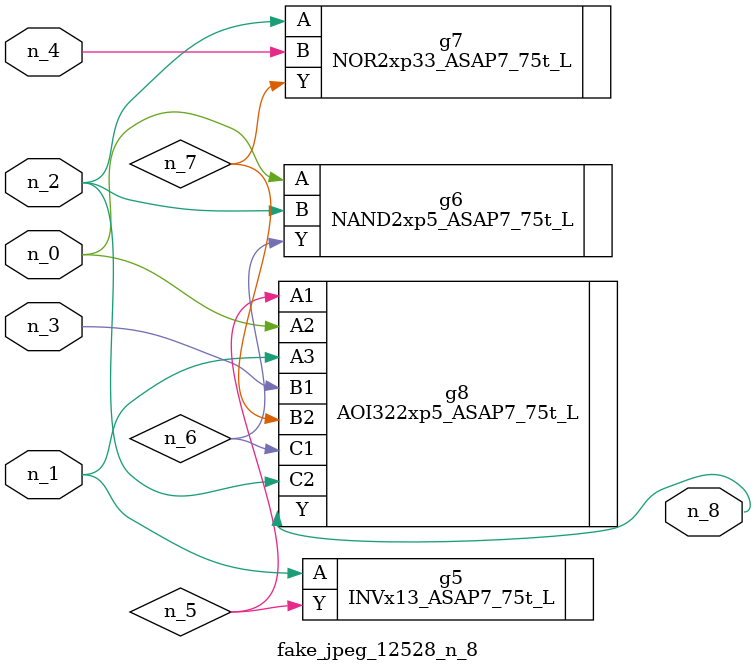
<source format=v>
module fake_jpeg_12528_n_8 (n_3, n_2, n_1, n_0, n_4, n_8);

input n_3;
input n_2;
input n_1;
input n_0;
input n_4;

output n_8;

wire n_6;
wire n_5;
wire n_7;

INVx13_ASAP7_75t_L g5 ( 
.A(n_1),
.Y(n_5)
);

NAND2xp5_ASAP7_75t_L g6 ( 
.A(n_0),
.B(n_2),
.Y(n_6)
);

NOR2xp33_ASAP7_75t_L g7 ( 
.A(n_2),
.B(n_4),
.Y(n_7)
);

AOI322xp5_ASAP7_75t_L g8 ( 
.A1(n_5),
.A2(n_0),
.A3(n_1),
.B1(n_3),
.B2(n_7),
.C1(n_6),
.C2(n_2),
.Y(n_8)
);


endmodule
</source>
